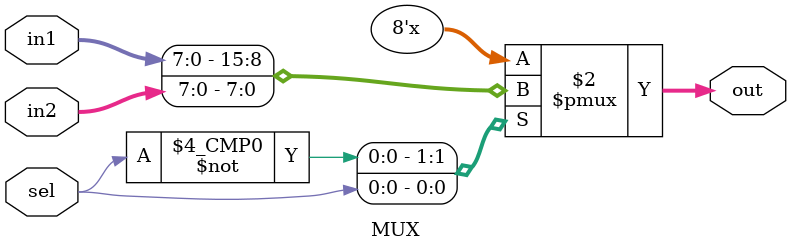
<source format=v>
module mixcolumn_optimize(in, out);
input [127:0] in;
output [127:0] out;

wire [127:0] in_matrix, out_matrix; //transpose matrix
wire [127:0] multi2, multi3; //x2 & x3

//transpose matrix 
assign in_matrix[127:96] = {in[127:120], in[95:88], in[63:56], in[31:24]};
assign in_matrix[95:64] = {in[119:112], in[87:80], in[55:48], in[23:16]};
assign in_matrix[63:32] = {in[111:104], in[79:72], in[47:40], in[15:8]};
assign in_matrix[31:0] = {in[103:96], in[71:64], in[39:32], in[7:0]};


// 맨위 행(1번 행) 계산
GF_multi2 A11(in_matrix[127:120], multi2[127:120]);
GF_multi2 A12(in_matrix[119:112], multi2[119:112]);
GF_multi2 A13(in_matrix[111:104], multi2[111:104]);
GF_multi2 A14(in_matrix[103:96], multi2[103:96]);

GF_multi3 B11(in_matrix[127:120], multi3[127:120]);
GF_multi3 B12(in_matrix[119:112], multi3[119:112]);
GF_multi3 B13(in_matrix[111:104], multi3[111:104]);
GF_multi3 B14(in_matrix[103:96], multi3[103:96]);

GF_ADD ADD11(multi2[127:120], multi3[119:112], in_matrix[111:104], in_matrix[103:96], out_matrix[127:120]); 
GF_ADD ADD12(in_matrix[127:120], multi2[119:112], multi3[111:104], in_matrix[103:96], out_matrix[119:112]); 
GF_ADD ADD13(in_matrix[127:120], in_matrix[119:112], multi2[111:104], multi3[103:96], out_matrix[111:104]); 
GF_ADD ADD14(multi3[127:120], in_matrix[119:112], in_matrix[111:104], multi2[103:96], out_matrix[103:96]); 

// 2번 행 계산
GF_multi2 A21(in_matrix[95:88], multi2[95:88]);
GF_multi2 A22(in_matrix[87:80], multi2[87:80]);
GF_multi2 A23(in_matrix[79:72], multi2[79:72]);
GF_multi2 A24(in_matrix[71:64], multi2[71:64]);

GF_multi3 B21(in_matrix[95:88], multi3[95:88]);
GF_multi3 B22(in_matrix[87:80], multi3[87:80]);
GF_multi3 B23(in_matrix[79:72], multi3[79:72]);
GF_multi3 B24(in_matrix[71:64], multi3[71:64]);

GF_ADD ADD21(multi2[95:88], multi3[87:80], in_matrix[79:72], in_matrix[71:64], out_matrix[95:88]);
GF_ADD ADD22(in_matrix[95:88], multi2[87:80], multi3[79:72], in_matrix[71:64], out_matrix[87:80]);
GF_ADD ADD23(in_matrix[95:88], in_matrix[87:80], multi2[79:72], multi3[71:64], out_matrix[79:72]);
GF_ADD ADD24(multi3[95:88], in_matrix[87:80], in_matrix[79:72], multi2[71:64], out_matrix[71:64]);

// 3번 행 계산
GF_multi2 A31(in_matrix[63:56], multi2[63:56]);
GF_multi2 A32(in_matrix[55:48], multi2[55:48]);
GF_multi2 A33(in_matrix[47:40], multi2[47:40]);
GF_multi2 A34(in_matrix[39:32], multi2[39:32]);

GF_multi3 B31(in_matrix[63:56], multi3[63:56]);
GF_multi3 B32(in_matrix[55:48], multi3[55:48]);
GF_multi3 B33(in_matrix[47:40], multi3[47:40]);
GF_multi3 B34(in_matrix[39:32], multi3[39:32]);

GF_ADD ADD31(multi2[63:56], multi3[55:48], in_matrix[47:40], in_matrix[39:32], out_matrix[63:56]);
GF_ADD ADD32(in_matrix[63:56], multi2[55:48], multi3[47:40], in_matrix[39:32], out_matrix[55:48]);
GF_ADD ADD33(in_matrix[63:56], in_matrix[55:48], multi2[47:40], multi3[39:32], out_matrix[47:40]);
GF_ADD ADD34(multi3[63:56], in_matrix[55:48], in_matrix[47:40], multi2[39:32], out_matrix[39:32]);

// 4번 행 계산
GF_multi2 A41(in_matrix[31:24], multi2[31:24]);
GF_multi2 A42(in_matrix[23:16], multi2[23:16]);
GF_multi2 A43(in_matrix[15:8], multi2[15:8]);
GF_multi2 A44(in_matrix[7:0], multi2[7:0]);

GF_multi3 B41(in_matrix[31:24], multi3[31:24]);
GF_multi3 B42(in_matrix[23:16], multi3[23:16]);
GF_multi3 B43(in_matrix[15:8], multi3[15:8]);
GF_multi3 B44(in_matrix[7:0], multi3[7:0]);

GF_ADD ADD41(multi2[31:24], multi3[23:16], in_matrix[15:8], in_matrix[7:0], out_matrix[31:24]);
GF_ADD ADD42(in_matrix[31:24], multi2[23:16], multi2[15:8], in_matrix[7:0], out_matrix[23:16]);
GF_ADD ADD43(in_matrix[31:24], in_matrix[23:16], multi2[15:8], multi3[7:0], out_matrix[15:8]);
GF_ADD ADD44(multi3[31:24], in_matrix[23:16], in_matrix[15:8], multi2[7:0], out_matrix[7:0]);

// matrix 재배열
assign out[127:96] = {out_matrix[127:120], out_matrix[95:88], out_matrix[63:56], out_matrix[31:24]};
assign out[95:64] = {out_matrix[119:112], out_matrix[87:80], out_matrix[55:48], out_matrix[23:16]};
assign out[63:32] = {out_matrix[111:104], out_matrix[79:72], out_matrix[47:40], out_matrix[15:8]};
assign out[31:0] = {out_matrix[103:96], out_matrix[71:64], out_matrix[39:32], out_matrix[7:0]};
endmodule


module GF_ADD(in1, in2, in3, in4, out_ADD);
input [7:0] in1, in2, in3, in4;
output [7:0] out_ADD;

assign out_ADD = in1 ^ in2 ^ in3 ^ in4;
endmodule

module GF_multi2 (in, out2);
input [7:0]in;
output [7:0]out2;
wire [7:0] temp1, temp2;
parameter [7:0] overflow = 8'b0001_1011;
assign temp1 = in<<1;
assign temp2 = (in<<1) ^ overflow;

MUX MUX_2in(temp1, temp2, in[7], out2);

endmodule

module GF_multi3 (in, out3);
input [7:0]in;
output [7:0]out3;

wire [7:0]temp;

GF_multi2 multi2 (in, temp);
assign out3 = temp^in; //multi2 + self
endmodule

module MUX (in1, in2, sel, out);
input [7:0] in1, in2;
input sel;
output reg [7:0]out;

always @ (in1, in2, sel) begin
    case(sel)
        1'b0 : out = in1;
        1'b1 : out = in2;
    endcase
end
endmodule
</source>
